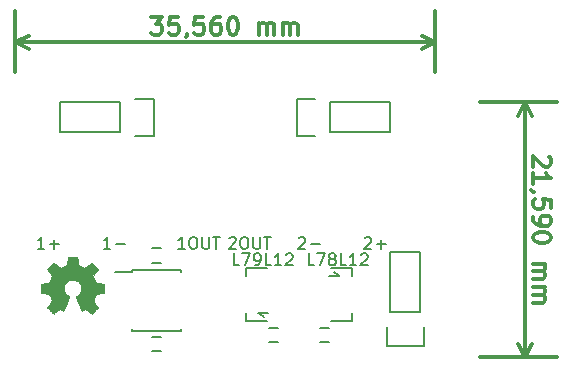
<source format=gbr>
G04 #@! TF.FileFunction,Legend,Top*
%FSLAX46Y46*%
G04 Gerber Fmt 4.6, Leading zero omitted, Abs format (unit mm)*
G04 Created by KiCad (PCBNEW 0.201602201416+6573~42~ubuntu14.04.1-product) date mer. 24 févr. 2016 22:26:07 CET*
%MOMM*%
G01*
G04 APERTURE LIST*
%ADD10C,0.100000*%
%ADD11C,0.200000*%
%ADD12C,0.300000*%
%ADD13C,0.150000*%
%ADD14C,0.010000*%
G04 APERTURE END LIST*
D10*
D11*
X187055238Y-88955619D02*
X187102857Y-88908000D01*
X187198095Y-88860381D01*
X187436191Y-88860381D01*
X187531429Y-88908000D01*
X187579048Y-88955619D01*
X187626667Y-89050857D01*
X187626667Y-89146095D01*
X187579048Y-89288952D01*
X187007619Y-89860381D01*
X187626667Y-89860381D01*
X188055238Y-89479429D02*
X188817143Y-89479429D01*
X188436191Y-89860381D02*
X188436191Y-89098476D01*
X181467238Y-88955619D02*
X181514857Y-88908000D01*
X181610095Y-88860381D01*
X181848191Y-88860381D01*
X181943429Y-88908000D01*
X181991048Y-88955619D01*
X182038667Y-89050857D01*
X182038667Y-89146095D01*
X181991048Y-89288952D01*
X181419619Y-89860381D01*
X182038667Y-89860381D01*
X182467238Y-89479429D02*
X183229143Y-89479429D01*
X175577714Y-88955619D02*
X175625333Y-88908000D01*
X175720571Y-88860381D01*
X175958667Y-88860381D01*
X176053905Y-88908000D01*
X176101524Y-88955619D01*
X176149143Y-89050857D01*
X176149143Y-89146095D01*
X176101524Y-89288952D01*
X175530095Y-89860381D01*
X176149143Y-89860381D01*
X176768190Y-88860381D02*
X176958667Y-88860381D01*
X177053905Y-88908000D01*
X177149143Y-89003238D01*
X177196762Y-89193714D01*
X177196762Y-89527048D01*
X177149143Y-89717524D01*
X177053905Y-89812762D01*
X176958667Y-89860381D01*
X176768190Y-89860381D01*
X176672952Y-89812762D01*
X176577714Y-89717524D01*
X176530095Y-89527048D01*
X176530095Y-89193714D01*
X176577714Y-89003238D01*
X176672952Y-88908000D01*
X176768190Y-88860381D01*
X177625333Y-88860381D02*
X177625333Y-89669905D01*
X177672952Y-89765143D01*
X177720571Y-89812762D01*
X177815809Y-89860381D01*
X178006286Y-89860381D01*
X178101524Y-89812762D01*
X178149143Y-89765143D01*
X178196762Y-89669905D01*
X178196762Y-88860381D01*
X178530095Y-88860381D02*
X179101524Y-88860381D01*
X178815809Y-89860381D02*
X178815809Y-88860381D01*
X171831143Y-89860381D02*
X171259714Y-89860381D01*
X171545428Y-89860381D02*
X171545428Y-88860381D01*
X171450190Y-89003238D01*
X171354952Y-89098476D01*
X171259714Y-89146095D01*
X172450190Y-88860381D02*
X172640667Y-88860381D01*
X172735905Y-88908000D01*
X172831143Y-89003238D01*
X172878762Y-89193714D01*
X172878762Y-89527048D01*
X172831143Y-89717524D01*
X172735905Y-89812762D01*
X172640667Y-89860381D01*
X172450190Y-89860381D01*
X172354952Y-89812762D01*
X172259714Y-89717524D01*
X172212095Y-89527048D01*
X172212095Y-89193714D01*
X172259714Y-89003238D01*
X172354952Y-88908000D01*
X172450190Y-88860381D01*
X173307333Y-88860381D02*
X173307333Y-89669905D01*
X173354952Y-89765143D01*
X173402571Y-89812762D01*
X173497809Y-89860381D01*
X173688286Y-89860381D01*
X173783524Y-89812762D01*
X173831143Y-89765143D01*
X173878762Y-89669905D01*
X173878762Y-88860381D01*
X174212095Y-88860381D02*
X174783524Y-88860381D01*
X174497809Y-89860381D02*
X174497809Y-88860381D01*
X165528667Y-89860381D02*
X164957238Y-89860381D01*
X165242952Y-89860381D02*
X165242952Y-88860381D01*
X165147714Y-89003238D01*
X165052476Y-89098476D01*
X164957238Y-89146095D01*
X165957238Y-89479429D02*
X166719143Y-89479429D01*
X159940667Y-89860381D02*
X159369238Y-89860381D01*
X159654952Y-89860381D02*
X159654952Y-88860381D01*
X159559714Y-89003238D01*
X159464476Y-89098476D01*
X159369238Y-89146095D01*
X160369238Y-89479429D02*
X161131143Y-89479429D01*
X160750191Y-89860381D02*
X160750191Y-89098476D01*
D12*
X168974287Y-70218572D02*
X169902858Y-70218572D01*
X169402858Y-70790001D01*
X169617144Y-70790001D01*
X169760001Y-70861430D01*
X169831430Y-70932858D01*
X169902858Y-71075715D01*
X169902858Y-71432858D01*
X169831430Y-71575715D01*
X169760001Y-71647144D01*
X169617144Y-71718572D01*
X169188572Y-71718572D01*
X169045715Y-71647144D01*
X168974287Y-71575715D01*
X171260001Y-70218572D02*
X170545715Y-70218572D01*
X170474286Y-70932858D01*
X170545715Y-70861430D01*
X170688572Y-70790001D01*
X171045715Y-70790001D01*
X171188572Y-70861430D01*
X171260001Y-70932858D01*
X171331429Y-71075715D01*
X171331429Y-71432858D01*
X171260001Y-71575715D01*
X171188572Y-71647144D01*
X171045715Y-71718572D01*
X170688572Y-71718572D01*
X170545715Y-71647144D01*
X170474286Y-71575715D01*
X172045714Y-71647144D02*
X172045714Y-71718572D01*
X171974286Y-71861430D01*
X171902857Y-71932858D01*
X173402858Y-70218572D02*
X172688572Y-70218572D01*
X172617143Y-70932858D01*
X172688572Y-70861430D01*
X172831429Y-70790001D01*
X173188572Y-70790001D01*
X173331429Y-70861430D01*
X173402858Y-70932858D01*
X173474286Y-71075715D01*
X173474286Y-71432858D01*
X173402858Y-71575715D01*
X173331429Y-71647144D01*
X173188572Y-71718572D01*
X172831429Y-71718572D01*
X172688572Y-71647144D01*
X172617143Y-71575715D01*
X174760000Y-70218572D02*
X174474286Y-70218572D01*
X174331429Y-70290001D01*
X174260000Y-70361430D01*
X174117143Y-70575715D01*
X174045714Y-70861430D01*
X174045714Y-71432858D01*
X174117143Y-71575715D01*
X174188571Y-71647144D01*
X174331429Y-71718572D01*
X174617143Y-71718572D01*
X174760000Y-71647144D01*
X174831429Y-71575715D01*
X174902857Y-71432858D01*
X174902857Y-71075715D01*
X174831429Y-70932858D01*
X174760000Y-70861430D01*
X174617143Y-70790001D01*
X174331429Y-70790001D01*
X174188571Y-70861430D01*
X174117143Y-70932858D01*
X174045714Y-71075715D01*
X175831428Y-70218572D02*
X175974285Y-70218572D01*
X176117142Y-70290001D01*
X176188571Y-70361430D01*
X176260000Y-70504287D01*
X176331428Y-70790001D01*
X176331428Y-71147144D01*
X176260000Y-71432858D01*
X176188571Y-71575715D01*
X176117142Y-71647144D01*
X175974285Y-71718572D01*
X175831428Y-71718572D01*
X175688571Y-71647144D01*
X175617142Y-71575715D01*
X175545714Y-71432858D01*
X175474285Y-71147144D01*
X175474285Y-70790001D01*
X175545714Y-70504287D01*
X175617142Y-70361430D01*
X175688571Y-70290001D01*
X175831428Y-70218572D01*
X178117142Y-71718572D02*
X178117142Y-70718572D01*
X178117142Y-70861430D02*
X178188570Y-70790001D01*
X178331428Y-70718572D01*
X178545713Y-70718572D01*
X178688570Y-70790001D01*
X178759999Y-70932858D01*
X178759999Y-71718572D01*
X178759999Y-70932858D02*
X178831428Y-70790001D01*
X178974285Y-70718572D01*
X179188570Y-70718572D01*
X179331428Y-70790001D01*
X179402856Y-70932858D01*
X179402856Y-71718572D01*
X180117142Y-71718572D02*
X180117142Y-70718572D01*
X180117142Y-70861430D02*
X180188570Y-70790001D01*
X180331428Y-70718572D01*
X180545713Y-70718572D01*
X180688570Y-70790001D01*
X180759999Y-70932858D01*
X180759999Y-71718572D01*
X180759999Y-70932858D02*
X180831428Y-70790001D01*
X180974285Y-70718572D01*
X181188570Y-70718572D01*
X181331428Y-70790001D01*
X181402856Y-70932858D01*
X181402856Y-71718572D01*
X193040000Y-72390001D02*
X157480000Y-72390001D01*
X193040000Y-74930000D02*
X193040000Y-69690001D01*
X157480000Y-74930000D02*
X157480000Y-69690001D01*
X157480000Y-72390001D02*
X158606504Y-71803580D01*
X157480000Y-72390001D02*
X158606504Y-72976422D01*
X193040000Y-72390001D02*
X191913496Y-71803580D01*
X193040000Y-72390001D02*
X191913496Y-72976422D01*
X202688571Y-82050715D02*
X202760000Y-82122144D01*
X202831429Y-82265001D01*
X202831429Y-82622144D01*
X202760000Y-82765001D01*
X202688571Y-82836430D01*
X202545714Y-82907858D01*
X202402857Y-82907858D01*
X202188571Y-82836430D01*
X201331429Y-81979287D01*
X201331429Y-82907858D01*
X201331429Y-84336429D02*
X201331429Y-83479286D01*
X201331429Y-83907858D02*
X202831429Y-83907858D01*
X202617143Y-83765001D01*
X202474286Y-83622143D01*
X202402857Y-83479286D01*
X201402857Y-85050714D02*
X201331429Y-85050714D01*
X201188571Y-84979286D01*
X201117143Y-84907857D01*
X202831429Y-86407858D02*
X202831429Y-85693572D01*
X202117143Y-85622143D01*
X202188571Y-85693572D01*
X202260000Y-85836429D01*
X202260000Y-86193572D01*
X202188571Y-86336429D01*
X202117143Y-86407858D01*
X201974286Y-86479286D01*
X201617143Y-86479286D01*
X201474286Y-86407858D01*
X201402857Y-86336429D01*
X201331429Y-86193572D01*
X201331429Y-85836429D01*
X201402857Y-85693572D01*
X201474286Y-85622143D01*
X201331429Y-87193571D02*
X201331429Y-87479286D01*
X201402857Y-87622143D01*
X201474286Y-87693571D01*
X201688571Y-87836429D01*
X201974286Y-87907857D01*
X202545714Y-87907857D01*
X202688571Y-87836429D01*
X202760000Y-87765000D01*
X202831429Y-87622143D01*
X202831429Y-87336429D01*
X202760000Y-87193571D01*
X202688571Y-87122143D01*
X202545714Y-87050714D01*
X202188571Y-87050714D01*
X202045714Y-87122143D01*
X201974286Y-87193571D01*
X201902857Y-87336429D01*
X201902857Y-87622143D01*
X201974286Y-87765000D01*
X202045714Y-87836429D01*
X202188571Y-87907857D01*
X202831429Y-88836428D02*
X202831429Y-88979285D01*
X202760000Y-89122142D01*
X202688571Y-89193571D01*
X202545714Y-89265000D01*
X202260000Y-89336428D01*
X201902857Y-89336428D01*
X201617143Y-89265000D01*
X201474286Y-89193571D01*
X201402857Y-89122142D01*
X201331429Y-88979285D01*
X201331429Y-88836428D01*
X201402857Y-88693571D01*
X201474286Y-88622142D01*
X201617143Y-88550714D01*
X201902857Y-88479285D01*
X202260000Y-88479285D01*
X202545714Y-88550714D01*
X202688571Y-88622142D01*
X202760000Y-88693571D01*
X202831429Y-88836428D01*
X201331429Y-91122142D02*
X202331429Y-91122142D01*
X202188571Y-91122142D02*
X202260000Y-91193570D01*
X202331429Y-91336428D01*
X202331429Y-91550713D01*
X202260000Y-91693570D01*
X202117143Y-91764999D01*
X201331429Y-91764999D01*
X202117143Y-91764999D02*
X202260000Y-91836428D01*
X202331429Y-91979285D01*
X202331429Y-92193570D01*
X202260000Y-92336428D01*
X202117143Y-92407856D01*
X201331429Y-92407856D01*
X201331429Y-93122142D02*
X202331429Y-93122142D01*
X202188571Y-93122142D02*
X202260000Y-93193570D01*
X202331429Y-93336428D01*
X202331429Y-93550713D01*
X202260000Y-93693570D01*
X202117143Y-93764999D01*
X201331429Y-93764999D01*
X202117143Y-93764999D02*
X202260000Y-93836428D01*
X202331429Y-93979285D01*
X202331429Y-94193570D01*
X202260000Y-94336428D01*
X202117143Y-94407856D01*
X201331429Y-94407856D01*
X200660000Y-77470000D02*
X200660000Y-99060000D01*
X196850000Y-77470000D02*
X203360000Y-77470000D01*
X196850000Y-99060000D02*
X203360000Y-99060000D01*
X200660000Y-99060000D02*
X200073579Y-97933496D01*
X200660000Y-99060000D02*
X201246421Y-97933496D01*
X200660000Y-77470000D02*
X200073579Y-78596504D01*
X200660000Y-77470000D02*
X201246421Y-78596504D01*
D13*
X188950000Y-96520000D02*
X188950000Y-98070000D01*
X188950000Y-98070000D02*
X192050000Y-98070000D01*
X192050000Y-98070000D02*
X192050000Y-96520000D01*
X189230000Y-95250000D02*
X189230000Y-90170000D01*
X189230000Y-90170000D02*
X191770000Y-90170000D01*
X191770000Y-90170000D02*
X191770000Y-95250000D01*
X191770000Y-95250000D02*
X189230000Y-95250000D01*
X184457340Y-91826080D02*
X184757060Y-92075000D01*
X184757060Y-92075000D02*
X184906920Y-92176600D01*
X184906920Y-92176600D02*
X184058560Y-92176600D01*
X185958480Y-91475560D02*
X184157620Y-91475560D01*
X185958480Y-91475560D02*
X185958480Y-92125800D01*
X185958480Y-95976440D02*
X184157620Y-95976440D01*
X185958480Y-95976440D02*
X185958480Y-95326200D01*
X178508660Y-95625920D02*
X178208940Y-95377000D01*
X178208940Y-95377000D02*
X178059080Y-95275400D01*
X178059080Y-95275400D02*
X178907440Y-95275400D01*
X177007520Y-95976440D02*
X178808380Y-95976440D01*
X177007520Y-95976440D02*
X177007520Y-95326200D01*
X177007520Y-91475560D02*
X178808380Y-91475560D01*
X177007520Y-91475560D02*
X177007520Y-92125800D01*
X183992000Y-97755000D02*
X183292000Y-97755000D01*
X183292000Y-96555000D02*
X183992000Y-96555000D01*
X179674000Y-97755000D02*
X178974000Y-97755000D01*
X178974000Y-96555000D02*
X179674000Y-96555000D01*
X169768000Y-91024000D02*
X169068000Y-91024000D01*
X169068000Y-89824000D02*
X169768000Y-89824000D01*
X169768000Y-98517000D02*
X169068000Y-98517000D01*
X169068000Y-97317000D02*
X169768000Y-97317000D01*
X167640000Y-80290000D02*
X169190000Y-80290000D01*
X169190000Y-80290000D02*
X169190000Y-77190000D01*
X169190000Y-77190000D02*
X167640000Y-77190000D01*
X166370000Y-80010000D02*
X161290000Y-80010000D01*
X161290000Y-80010000D02*
X161290000Y-77470000D01*
X161290000Y-77470000D02*
X166370000Y-77470000D01*
X166370000Y-77470000D02*
X166370000Y-80010000D01*
X182880000Y-77190000D02*
X181330000Y-77190000D01*
X181330000Y-77190000D02*
X181330000Y-80290000D01*
X181330000Y-80290000D02*
X182880000Y-80290000D01*
X184150000Y-77470000D02*
X189230000Y-77470000D01*
X189230000Y-77470000D02*
X189230000Y-80010000D01*
X189230000Y-80010000D02*
X184150000Y-80010000D01*
X184150000Y-80010000D02*
X184150000Y-77470000D01*
X167343000Y-91659000D02*
X167343000Y-91804000D01*
X171493000Y-91659000D02*
X171493000Y-91804000D01*
X171493000Y-96809000D02*
X171493000Y-96664000D01*
X167343000Y-96809000D02*
X167343000Y-96664000D01*
X167343000Y-91659000D02*
X171493000Y-91659000D01*
X167343000Y-96809000D02*
X171493000Y-96809000D01*
X167343000Y-91804000D02*
X165943000Y-91804000D01*
D14*
G36*
X162321925Y-90574187D02*
X162698184Y-90577737D01*
X162761186Y-90916564D01*
X162780224Y-91015825D01*
X162798134Y-91103252D01*
X162814200Y-91175718D01*
X162827708Y-91230097D01*
X162837942Y-91263264D01*
X162842489Y-91271958D01*
X162861113Y-91282654D01*
X162899614Y-91300685D01*
X162953003Y-91324030D01*
X163016291Y-91350672D01*
X163084491Y-91378591D01*
X163152612Y-91405768D01*
X163215667Y-91430185D01*
X163268665Y-91449823D01*
X163306620Y-91462662D01*
X163323804Y-91466737D01*
X163340262Y-91459441D01*
X163375480Y-91438906D01*
X163426270Y-91407159D01*
X163489443Y-91366229D01*
X163561809Y-91318144D01*
X163628559Y-91272895D01*
X163706741Y-91220189D01*
X163778989Y-91172933D01*
X163842007Y-91133169D01*
X163892495Y-91102938D01*
X163927157Y-91084283D01*
X163941643Y-91079053D01*
X163959625Y-91086779D01*
X163991250Y-91110535D01*
X164037487Y-91151188D01*
X164099301Y-91209605D01*
X164177662Y-91286652D01*
X164214816Y-91323847D01*
X164280585Y-91390583D01*
X164339620Y-91451668D01*
X164389409Y-91504407D01*
X164427441Y-91546105D01*
X164451203Y-91574066D01*
X164458316Y-91585179D01*
X164451013Y-91600217D01*
X164430434Y-91634143D01*
X164398568Y-91683893D01*
X164357407Y-91746407D01*
X164308940Y-91818623D01*
X164257098Y-91894658D01*
X164055880Y-92187599D01*
X164164822Y-92441628D01*
X164204361Y-92531654D01*
X164238466Y-92604914D01*
X164266053Y-92659250D01*
X164286039Y-92692506D01*
X164295856Y-92702491D01*
X164314779Y-92706799D01*
X164356068Y-92715229D01*
X164415802Y-92727013D01*
X164490061Y-92741384D01*
X164574925Y-92757574D01*
X164635367Y-92768983D01*
X164724525Y-92785970D01*
X164805121Y-92801766D01*
X164873367Y-92815591D01*
X164925475Y-92826669D01*
X164957658Y-92834221D01*
X164966236Y-92836951D01*
X164970537Y-92852953D01*
X164974075Y-92894214D01*
X164976796Y-92959265D01*
X164978649Y-93046637D01*
X164979580Y-93154862D01*
X164979684Y-93211042D01*
X164979684Y-93576823D01*
X164942921Y-93584346D01*
X164918644Y-93589038D01*
X164872799Y-93597652D01*
X164810117Y-93609307D01*
X164735332Y-93623125D01*
X164653177Y-93638225D01*
X164645473Y-93639637D01*
X164561939Y-93655130D01*
X164484471Y-93669843D01*
X164418051Y-93682803D01*
X164367657Y-93693037D01*
X164338270Y-93699574D01*
X164337192Y-93699851D01*
X164321036Y-93704635D01*
X164307553Y-93711720D01*
X164294903Y-93724409D01*
X164281247Y-93746006D01*
X164264746Y-93779814D01*
X164243561Y-93829136D01*
X164215851Y-93897276D01*
X164186798Y-93969945D01*
X164155896Y-94048237D01*
X164128713Y-94118718D01*
X164106732Y-94177402D01*
X164091442Y-94220304D01*
X164084327Y-94243438D01*
X164084000Y-94245705D01*
X164091294Y-94261518D01*
X164111738Y-94295888D01*
X164143177Y-94345451D01*
X164183454Y-94406843D01*
X164230413Y-94476700D01*
X164256823Y-94515351D01*
X164317936Y-94604364D01*
X164365452Y-94674020D01*
X164400914Y-94727001D01*
X164425860Y-94765990D01*
X164441831Y-94793670D01*
X164450367Y-94812724D01*
X164453009Y-94825835D01*
X164451295Y-94835686D01*
X164446767Y-94844958D01*
X164446412Y-94845605D01*
X164433679Y-94861154D01*
X164404597Y-94892623D01*
X164361890Y-94937193D01*
X164308283Y-94992047D01*
X164246500Y-95054367D01*
X164192707Y-95108013D01*
X164106752Y-95192305D01*
X164038292Y-95257193D01*
X163986868Y-95303085D01*
X163952019Y-95330389D01*
X163933286Y-95339511D01*
X163931573Y-95339247D01*
X163915109Y-95329690D01*
X163880063Y-95307159D01*
X163829831Y-95273914D01*
X163767806Y-95232210D01*
X163697382Y-95184306D01*
X163657353Y-95156859D01*
X163583932Y-95106615D01*
X163517200Y-95061399D01*
X163460525Y-95023459D01*
X163417275Y-94995038D01*
X163390820Y-94978384D01*
X163384706Y-94975075D01*
X163365875Y-94978206D01*
X163329571Y-94992280D01*
X163281483Y-95014881D01*
X163240398Y-95036361D01*
X163173292Y-95070978D01*
X163126889Y-95090297D01*
X163100232Y-95094695D01*
X163096014Y-95093207D01*
X163086653Y-95078448D01*
X163068700Y-95041919D01*
X163043392Y-94986609D01*
X163011966Y-94915506D01*
X162975660Y-94831601D01*
X162935711Y-94737881D01*
X162893355Y-94637335D01*
X162849831Y-94532952D01*
X162806376Y-94427722D01*
X162764226Y-94324632D01*
X162724619Y-94226672D01*
X162688793Y-94136831D01*
X162657984Y-94058097D01*
X162633430Y-93993460D01*
X162616368Y-93945907D01*
X162608035Y-93918429D01*
X162607526Y-93913158D01*
X162621813Y-93895984D01*
X162652291Y-93871007D01*
X162688270Y-93846316D01*
X162755337Y-93796356D01*
X162825060Y-93731776D01*
X162890542Y-93659986D01*
X162944891Y-93588392D01*
X162974402Y-93538879D01*
X163024312Y-93412745D01*
X163049345Y-93285096D01*
X163051058Y-93158449D01*
X163031004Y-93035323D01*
X162990738Y-92918237D01*
X162931815Y-92809708D01*
X162855789Y-92712255D01*
X162764216Y-92628396D01*
X162658651Y-92560650D01*
X162540647Y-92511534D01*
X162411760Y-92483566D01*
X162319368Y-92477914D01*
X162183815Y-92490168D01*
X162058146Y-92525256D01*
X161943910Y-92580666D01*
X161842661Y-92653886D01*
X161755948Y-92742404D01*
X161685324Y-92843707D01*
X161632339Y-92955284D01*
X161598545Y-93074622D01*
X161585493Y-93199210D01*
X161594735Y-93326535D01*
X161627822Y-93454085D01*
X161664265Y-93538742D01*
X161706227Y-93606353D01*
X161764516Y-93679491D01*
X161832130Y-93750617D01*
X161902070Y-93812192D01*
X161949836Y-93846316D01*
X161989220Y-93873388D01*
X162018687Y-93897861D01*
X162031100Y-93913158D01*
X162027602Y-93929496D01*
X162014758Y-93967398D01*
X161993804Y-94023877D01*
X161965979Y-94095943D01*
X161932518Y-94180609D01*
X161894658Y-94274885D01*
X161853637Y-94375783D01*
X161810691Y-94480314D01*
X161767057Y-94585490D01*
X161723972Y-94688323D01*
X161682673Y-94785823D01*
X161644396Y-94875002D01*
X161610379Y-94952872D01*
X161581858Y-95016444D01*
X161560071Y-95062730D01*
X161546253Y-95088741D01*
X161542722Y-95093207D01*
X161521684Y-95093120D01*
X161481180Y-95078223D01*
X161420255Y-95048139D01*
X161398338Y-95036361D01*
X161345085Y-95008878D01*
X161299278Y-94988080D01*
X161266603Y-94976383D01*
X161254030Y-94975075D01*
X161238032Y-94984450D01*
X161203422Y-95006803D01*
X161153571Y-95039888D01*
X161091845Y-95081458D01*
X161021613Y-95129269D01*
X160981384Y-95156859D01*
X160907852Y-95207159D01*
X160840898Y-95252469D01*
X160783916Y-95290531D01*
X160740300Y-95319089D01*
X160713445Y-95335885D01*
X160707132Y-95339259D01*
X160691640Y-95333492D01*
X160660359Y-95309927D01*
X160612781Y-95268111D01*
X160548397Y-95207591D01*
X160466701Y-95127914D01*
X160433624Y-95095119D01*
X160366331Y-95027539D01*
X160305766Y-94965514D01*
X160254409Y-94911685D01*
X160214745Y-94868691D01*
X160189256Y-94839174D01*
X160180421Y-94825851D01*
X160187721Y-94810442D01*
X160208243Y-94776301D01*
X160239919Y-94726631D01*
X160280678Y-94664633D01*
X160328453Y-94593508D01*
X160367579Y-94536196D01*
X160419264Y-94460286D01*
X160465479Y-94391051D01*
X160504155Y-94331706D01*
X160533221Y-94285462D01*
X160550607Y-94255532D01*
X160554737Y-94245736D01*
X160549962Y-94228317D01*
X160536631Y-94190105D01*
X160516228Y-94135089D01*
X160490239Y-94067253D01*
X160460150Y-93990585D01*
X160451939Y-93969945D01*
X160417466Y-93883805D01*
X160391032Y-93819204D01*
X160370797Y-93772839D01*
X160354923Y-93741406D01*
X160341570Y-93721599D01*
X160328897Y-93710114D01*
X160315066Y-93703647D01*
X160301544Y-93699763D01*
X160279212Y-93694821D01*
X160236281Y-93686111D01*
X160177261Y-93674489D01*
X160106668Y-93660809D01*
X160029014Y-93645927D01*
X159948813Y-93630699D01*
X159870578Y-93615980D01*
X159798822Y-93602626D01*
X159738058Y-93591492D01*
X159692801Y-93583434D01*
X159667563Y-93579307D01*
X159664163Y-93578947D01*
X159661621Y-93566274D01*
X159659786Y-93531017D01*
X159658612Y-93477315D01*
X159658052Y-93409312D01*
X159658059Y-93331148D01*
X159658588Y-93246964D01*
X159659592Y-93160902D01*
X159661023Y-93077103D01*
X159662837Y-92999709D01*
X159664985Y-92932861D01*
X159667422Y-92880700D01*
X159670101Y-92847367D01*
X159672500Y-92836951D01*
X159688922Y-92832249D01*
X159727853Y-92823492D01*
X159785504Y-92811455D01*
X159858088Y-92796919D01*
X159941817Y-92780660D01*
X160003369Y-92768983D01*
X160093119Y-92752007D01*
X160174874Y-92736340D01*
X160244714Y-92722748D01*
X160298718Y-92711999D01*
X160332966Y-92704862D01*
X160342881Y-92702491D01*
X160355974Y-92687737D01*
X160377538Y-92650169D01*
X160406492Y-92591944D01*
X160441750Y-92515219D01*
X160473914Y-92441628D01*
X160582857Y-92187599D01*
X160381639Y-91894658D01*
X160328009Y-91815981D01*
X160279763Y-91744052D01*
X160238892Y-91681930D01*
X160207385Y-91632679D01*
X160187234Y-91599359D01*
X160180421Y-91585179D01*
X160189501Y-91571584D01*
X160215068Y-91541871D01*
X160254610Y-91498738D01*
X160305615Y-91444879D01*
X160365570Y-91382991D01*
X160423920Y-91323847D01*
X160507401Y-91240763D01*
X160574198Y-91176233D01*
X160625647Y-91129062D01*
X160663089Y-91098055D01*
X160687860Y-91082018D01*
X160698026Y-91079053D01*
X160717885Y-91086550D01*
X160756471Y-91107809D01*
X160810804Y-91140979D01*
X160877906Y-91184210D01*
X160954797Y-91235652D01*
X160999290Y-91266158D01*
X161075712Y-91318495D01*
X161146225Y-91365854D01*
X161207435Y-91406028D01*
X161255947Y-91436813D01*
X161288369Y-91456005D01*
X161299737Y-91461377D01*
X161320374Y-91458902D01*
X161360635Y-91447730D01*
X161415587Y-91429741D01*
X161480299Y-91406814D01*
X161549839Y-91380831D01*
X161619276Y-91353670D01*
X161683677Y-91327212D01*
X161738110Y-91303338D01*
X161777644Y-91283926D01*
X161796006Y-91272199D01*
X161803655Y-91254650D01*
X161815019Y-91214378D01*
X161829257Y-91155007D01*
X161845524Y-91080160D01*
X161862977Y-90993460D01*
X161872495Y-90943543D01*
X161889330Y-90853924D01*
X161904897Y-90771761D01*
X161918410Y-90701146D01*
X161929082Y-90646169D01*
X161936129Y-90610923D01*
X161938295Y-90600924D01*
X161945666Y-90570638D01*
X162321925Y-90574187D01*
X162321925Y-90574187D01*
G37*
X162321925Y-90574187D02*
X162698184Y-90577737D01*
X162761186Y-90916564D01*
X162780224Y-91015825D01*
X162798134Y-91103252D01*
X162814200Y-91175718D01*
X162827708Y-91230097D01*
X162837942Y-91263264D01*
X162842489Y-91271958D01*
X162861113Y-91282654D01*
X162899614Y-91300685D01*
X162953003Y-91324030D01*
X163016291Y-91350672D01*
X163084491Y-91378591D01*
X163152612Y-91405768D01*
X163215667Y-91430185D01*
X163268665Y-91449823D01*
X163306620Y-91462662D01*
X163323804Y-91466737D01*
X163340262Y-91459441D01*
X163375480Y-91438906D01*
X163426270Y-91407159D01*
X163489443Y-91366229D01*
X163561809Y-91318144D01*
X163628559Y-91272895D01*
X163706741Y-91220189D01*
X163778989Y-91172933D01*
X163842007Y-91133169D01*
X163892495Y-91102938D01*
X163927157Y-91084283D01*
X163941643Y-91079053D01*
X163959625Y-91086779D01*
X163991250Y-91110535D01*
X164037487Y-91151188D01*
X164099301Y-91209605D01*
X164177662Y-91286652D01*
X164214816Y-91323847D01*
X164280585Y-91390583D01*
X164339620Y-91451668D01*
X164389409Y-91504407D01*
X164427441Y-91546105D01*
X164451203Y-91574066D01*
X164458316Y-91585179D01*
X164451013Y-91600217D01*
X164430434Y-91634143D01*
X164398568Y-91683893D01*
X164357407Y-91746407D01*
X164308940Y-91818623D01*
X164257098Y-91894658D01*
X164055880Y-92187599D01*
X164164822Y-92441628D01*
X164204361Y-92531654D01*
X164238466Y-92604914D01*
X164266053Y-92659250D01*
X164286039Y-92692506D01*
X164295856Y-92702491D01*
X164314779Y-92706799D01*
X164356068Y-92715229D01*
X164415802Y-92727013D01*
X164490061Y-92741384D01*
X164574925Y-92757574D01*
X164635367Y-92768983D01*
X164724525Y-92785970D01*
X164805121Y-92801766D01*
X164873367Y-92815591D01*
X164925475Y-92826669D01*
X164957658Y-92834221D01*
X164966236Y-92836951D01*
X164970537Y-92852953D01*
X164974075Y-92894214D01*
X164976796Y-92959265D01*
X164978649Y-93046637D01*
X164979580Y-93154862D01*
X164979684Y-93211042D01*
X164979684Y-93576823D01*
X164942921Y-93584346D01*
X164918644Y-93589038D01*
X164872799Y-93597652D01*
X164810117Y-93609307D01*
X164735332Y-93623125D01*
X164653177Y-93638225D01*
X164645473Y-93639637D01*
X164561939Y-93655130D01*
X164484471Y-93669843D01*
X164418051Y-93682803D01*
X164367657Y-93693037D01*
X164338270Y-93699574D01*
X164337192Y-93699851D01*
X164321036Y-93704635D01*
X164307553Y-93711720D01*
X164294903Y-93724409D01*
X164281247Y-93746006D01*
X164264746Y-93779814D01*
X164243561Y-93829136D01*
X164215851Y-93897276D01*
X164186798Y-93969945D01*
X164155896Y-94048237D01*
X164128713Y-94118718D01*
X164106732Y-94177402D01*
X164091442Y-94220304D01*
X164084327Y-94243438D01*
X164084000Y-94245705D01*
X164091294Y-94261518D01*
X164111738Y-94295888D01*
X164143177Y-94345451D01*
X164183454Y-94406843D01*
X164230413Y-94476700D01*
X164256823Y-94515351D01*
X164317936Y-94604364D01*
X164365452Y-94674020D01*
X164400914Y-94727001D01*
X164425860Y-94765990D01*
X164441831Y-94793670D01*
X164450367Y-94812724D01*
X164453009Y-94825835D01*
X164451295Y-94835686D01*
X164446767Y-94844958D01*
X164446412Y-94845605D01*
X164433679Y-94861154D01*
X164404597Y-94892623D01*
X164361890Y-94937193D01*
X164308283Y-94992047D01*
X164246500Y-95054367D01*
X164192707Y-95108013D01*
X164106752Y-95192305D01*
X164038292Y-95257193D01*
X163986868Y-95303085D01*
X163952019Y-95330389D01*
X163933286Y-95339511D01*
X163931573Y-95339247D01*
X163915109Y-95329690D01*
X163880063Y-95307159D01*
X163829831Y-95273914D01*
X163767806Y-95232210D01*
X163697382Y-95184306D01*
X163657353Y-95156859D01*
X163583932Y-95106615D01*
X163517200Y-95061399D01*
X163460525Y-95023459D01*
X163417275Y-94995038D01*
X163390820Y-94978384D01*
X163384706Y-94975075D01*
X163365875Y-94978206D01*
X163329571Y-94992280D01*
X163281483Y-95014881D01*
X163240398Y-95036361D01*
X163173292Y-95070978D01*
X163126889Y-95090297D01*
X163100232Y-95094695D01*
X163096014Y-95093207D01*
X163086653Y-95078448D01*
X163068700Y-95041919D01*
X163043392Y-94986609D01*
X163011966Y-94915506D01*
X162975660Y-94831601D01*
X162935711Y-94737881D01*
X162893355Y-94637335D01*
X162849831Y-94532952D01*
X162806376Y-94427722D01*
X162764226Y-94324632D01*
X162724619Y-94226672D01*
X162688793Y-94136831D01*
X162657984Y-94058097D01*
X162633430Y-93993460D01*
X162616368Y-93945907D01*
X162608035Y-93918429D01*
X162607526Y-93913158D01*
X162621813Y-93895984D01*
X162652291Y-93871007D01*
X162688270Y-93846316D01*
X162755337Y-93796356D01*
X162825060Y-93731776D01*
X162890542Y-93659986D01*
X162944891Y-93588392D01*
X162974402Y-93538879D01*
X163024312Y-93412745D01*
X163049345Y-93285096D01*
X163051058Y-93158449D01*
X163031004Y-93035323D01*
X162990738Y-92918237D01*
X162931815Y-92809708D01*
X162855789Y-92712255D01*
X162764216Y-92628396D01*
X162658651Y-92560650D01*
X162540647Y-92511534D01*
X162411760Y-92483566D01*
X162319368Y-92477914D01*
X162183815Y-92490168D01*
X162058146Y-92525256D01*
X161943910Y-92580666D01*
X161842661Y-92653886D01*
X161755948Y-92742404D01*
X161685324Y-92843707D01*
X161632339Y-92955284D01*
X161598545Y-93074622D01*
X161585493Y-93199210D01*
X161594735Y-93326535D01*
X161627822Y-93454085D01*
X161664265Y-93538742D01*
X161706227Y-93606353D01*
X161764516Y-93679491D01*
X161832130Y-93750617D01*
X161902070Y-93812192D01*
X161949836Y-93846316D01*
X161989220Y-93873388D01*
X162018687Y-93897861D01*
X162031100Y-93913158D01*
X162027602Y-93929496D01*
X162014758Y-93967398D01*
X161993804Y-94023877D01*
X161965979Y-94095943D01*
X161932518Y-94180609D01*
X161894658Y-94274885D01*
X161853637Y-94375783D01*
X161810691Y-94480314D01*
X161767057Y-94585490D01*
X161723972Y-94688323D01*
X161682673Y-94785823D01*
X161644396Y-94875002D01*
X161610379Y-94952872D01*
X161581858Y-95016444D01*
X161560071Y-95062730D01*
X161546253Y-95088741D01*
X161542722Y-95093207D01*
X161521684Y-95093120D01*
X161481180Y-95078223D01*
X161420255Y-95048139D01*
X161398338Y-95036361D01*
X161345085Y-95008878D01*
X161299278Y-94988080D01*
X161266603Y-94976383D01*
X161254030Y-94975075D01*
X161238032Y-94984450D01*
X161203422Y-95006803D01*
X161153571Y-95039888D01*
X161091845Y-95081458D01*
X161021613Y-95129269D01*
X160981384Y-95156859D01*
X160907852Y-95207159D01*
X160840898Y-95252469D01*
X160783916Y-95290531D01*
X160740300Y-95319089D01*
X160713445Y-95335885D01*
X160707132Y-95339259D01*
X160691640Y-95333492D01*
X160660359Y-95309927D01*
X160612781Y-95268111D01*
X160548397Y-95207591D01*
X160466701Y-95127914D01*
X160433624Y-95095119D01*
X160366331Y-95027539D01*
X160305766Y-94965514D01*
X160254409Y-94911685D01*
X160214745Y-94868691D01*
X160189256Y-94839174D01*
X160180421Y-94825851D01*
X160187721Y-94810442D01*
X160208243Y-94776301D01*
X160239919Y-94726631D01*
X160280678Y-94664633D01*
X160328453Y-94593508D01*
X160367579Y-94536196D01*
X160419264Y-94460286D01*
X160465479Y-94391051D01*
X160504155Y-94331706D01*
X160533221Y-94285462D01*
X160550607Y-94255532D01*
X160554737Y-94245736D01*
X160549962Y-94228317D01*
X160536631Y-94190105D01*
X160516228Y-94135089D01*
X160490239Y-94067253D01*
X160460150Y-93990585D01*
X160451939Y-93969945D01*
X160417466Y-93883805D01*
X160391032Y-93819204D01*
X160370797Y-93772839D01*
X160354923Y-93741406D01*
X160341570Y-93721599D01*
X160328897Y-93710114D01*
X160315066Y-93703647D01*
X160301544Y-93699763D01*
X160279212Y-93694821D01*
X160236281Y-93686111D01*
X160177261Y-93674489D01*
X160106668Y-93660809D01*
X160029014Y-93645927D01*
X159948813Y-93630699D01*
X159870578Y-93615980D01*
X159798822Y-93602626D01*
X159738058Y-93591492D01*
X159692801Y-93583434D01*
X159667563Y-93579307D01*
X159664163Y-93578947D01*
X159661621Y-93566274D01*
X159659786Y-93531017D01*
X159658612Y-93477315D01*
X159658052Y-93409312D01*
X159658059Y-93331148D01*
X159658588Y-93246964D01*
X159659592Y-93160902D01*
X159661023Y-93077103D01*
X159662837Y-92999709D01*
X159664985Y-92932861D01*
X159667422Y-92880700D01*
X159670101Y-92847367D01*
X159672500Y-92836951D01*
X159688922Y-92832249D01*
X159727853Y-92823492D01*
X159785504Y-92811455D01*
X159858088Y-92796919D01*
X159941817Y-92780660D01*
X160003369Y-92768983D01*
X160093119Y-92752007D01*
X160174874Y-92736340D01*
X160244714Y-92722748D01*
X160298718Y-92711999D01*
X160332966Y-92704862D01*
X160342881Y-92702491D01*
X160355974Y-92687737D01*
X160377538Y-92650169D01*
X160406492Y-92591944D01*
X160441750Y-92515219D01*
X160473914Y-92441628D01*
X160582857Y-92187599D01*
X160381639Y-91894658D01*
X160328009Y-91815981D01*
X160279763Y-91744052D01*
X160238892Y-91681930D01*
X160207385Y-91632679D01*
X160187234Y-91599359D01*
X160180421Y-91585179D01*
X160189501Y-91571584D01*
X160215068Y-91541871D01*
X160254610Y-91498738D01*
X160305615Y-91444879D01*
X160365570Y-91382991D01*
X160423920Y-91323847D01*
X160507401Y-91240763D01*
X160574198Y-91176233D01*
X160625647Y-91129062D01*
X160663089Y-91098055D01*
X160687860Y-91082018D01*
X160698026Y-91079053D01*
X160717885Y-91086550D01*
X160756471Y-91107809D01*
X160810804Y-91140979D01*
X160877906Y-91184210D01*
X160954797Y-91235652D01*
X160999290Y-91266158D01*
X161075712Y-91318495D01*
X161146225Y-91365854D01*
X161207435Y-91406028D01*
X161255947Y-91436813D01*
X161288369Y-91456005D01*
X161299737Y-91461377D01*
X161320374Y-91458902D01*
X161360635Y-91447730D01*
X161415587Y-91429741D01*
X161480299Y-91406814D01*
X161549839Y-91380831D01*
X161619276Y-91353670D01*
X161683677Y-91327212D01*
X161738110Y-91303338D01*
X161777644Y-91283926D01*
X161796006Y-91272199D01*
X161803655Y-91254650D01*
X161815019Y-91214378D01*
X161829257Y-91155007D01*
X161845524Y-91080160D01*
X161862977Y-90993460D01*
X161872495Y-90943543D01*
X161889330Y-90853924D01*
X161904897Y-90771761D01*
X161918410Y-90701146D01*
X161929082Y-90646169D01*
X161936129Y-90610923D01*
X161938295Y-90600924D01*
X161945666Y-90570638D01*
X162321925Y-90574187D01*
D13*
X182785000Y-91257381D02*
X182308809Y-91257381D01*
X182308809Y-90257381D01*
X183023095Y-90257381D02*
X183689762Y-90257381D01*
X183261190Y-91257381D01*
X184213571Y-90685952D02*
X184118333Y-90638333D01*
X184070714Y-90590714D01*
X184023095Y-90495476D01*
X184023095Y-90447857D01*
X184070714Y-90352619D01*
X184118333Y-90305000D01*
X184213571Y-90257381D01*
X184404048Y-90257381D01*
X184499286Y-90305000D01*
X184546905Y-90352619D01*
X184594524Y-90447857D01*
X184594524Y-90495476D01*
X184546905Y-90590714D01*
X184499286Y-90638333D01*
X184404048Y-90685952D01*
X184213571Y-90685952D01*
X184118333Y-90733571D01*
X184070714Y-90781190D01*
X184023095Y-90876429D01*
X184023095Y-91066905D01*
X184070714Y-91162143D01*
X184118333Y-91209762D01*
X184213571Y-91257381D01*
X184404048Y-91257381D01*
X184499286Y-91209762D01*
X184546905Y-91162143D01*
X184594524Y-91066905D01*
X184594524Y-90876429D01*
X184546905Y-90781190D01*
X184499286Y-90733571D01*
X184404048Y-90685952D01*
X185499286Y-91257381D02*
X185023095Y-91257381D01*
X185023095Y-90257381D01*
X186356429Y-91257381D02*
X185785000Y-91257381D01*
X186070714Y-91257381D02*
X186070714Y-90257381D01*
X185975476Y-90400238D01*
X185880238Y-90495476D01*
X185785000Y-90543095D01*
X186737381Y-90352619D02*
X186785000Y-90305000D01*
X186880238Y-90257381D01*
X187118334Y-90257381D01*
X187213572Y-90305000D01*
X187261191Y-90352619D01*
X187308810Y-90447857D01*
X187308810Y-90543095D01*
X187261191Y-90685952D01*
X186689762Y-91257381D01*
X187308810Y-91257381D01*
X176435000Y-91257381D02*
X175958809Y-91257381D01*
X175958809Y-90257381D01*
X176673095Y-90257381D02*
X177339762Y-90257381D01*
X176911190Y-91257381D01*
X177768333Y-91257381D02*
X177958809Y-91257381D01*
X178054048Y-91209762D01*
X178101667Y-91162143D01*
X178196905Y-91019286D01*
X178244524Y-90828810D01*
X178244524Y-90447857D01*
X178196905Y-90352619D01*
X178149286Y-90305000D01*
X178054048Y-90257381D01*
X177863571Y-90257381D01*
X177768333Y-90305000D01*
X177720714Y-90352619D01*
X177673095Y-90447857D01*
X177673095Y-90685952D01*
X177720714Y-90781190D01*
X177768333Y-90828810D01*
X177863571Y-90876429D01*
X178054048Y-90876429D01*
X178149286Y-90828810D01*
X178196905Y-90781190D01*
X178244524Y-90685952D01*
X179149286Y-91257381D02*
X178673095Y-91257381D01*
X178673095Y-90257381D01*
X180006429Y-91257381D02*
X179435000Y-91257381D01*
X179720714Y-91257381D02*
X179720714Y-90257381D01*
X179625476Y-90400238D01*
X179530238Y-90495476D01*
X179435000Y-90543095D01*
X180387381Y-90352619D02*
X180435000Y-90305000D01*
X180530238Y-90257381D01*
X180768334Y-90257381D01*
X180863572Y-90305000D01*
X180911191Y-90352619D01*
X180958810Y-90447857D01*
X180958810Y-90543095D01*
X180911191Y-90685952D01*
X180339762Y-91257381D01*
X180958810Y-91257381D01*
M02*

</source>
